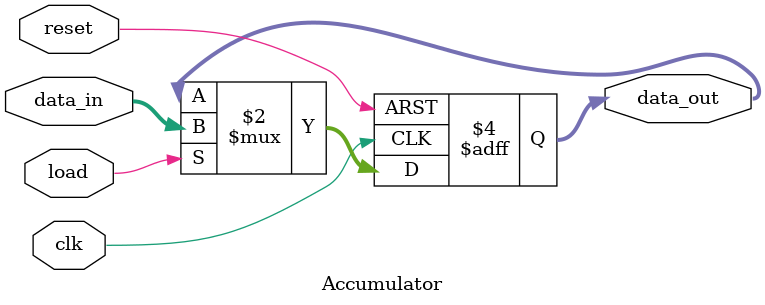
<source format=v>
module Accumulator(
    input clk,
    input reset,
    input load,
    input [15:0] data_in,
    output reg [15:0] data_out
);
    always @(posedge clk or posedge reset) begin
        if (reset)
            data_out <= 16'b0;
        else if (load)
            data_out <= data_in;
    end
endmodule

//

</source>
